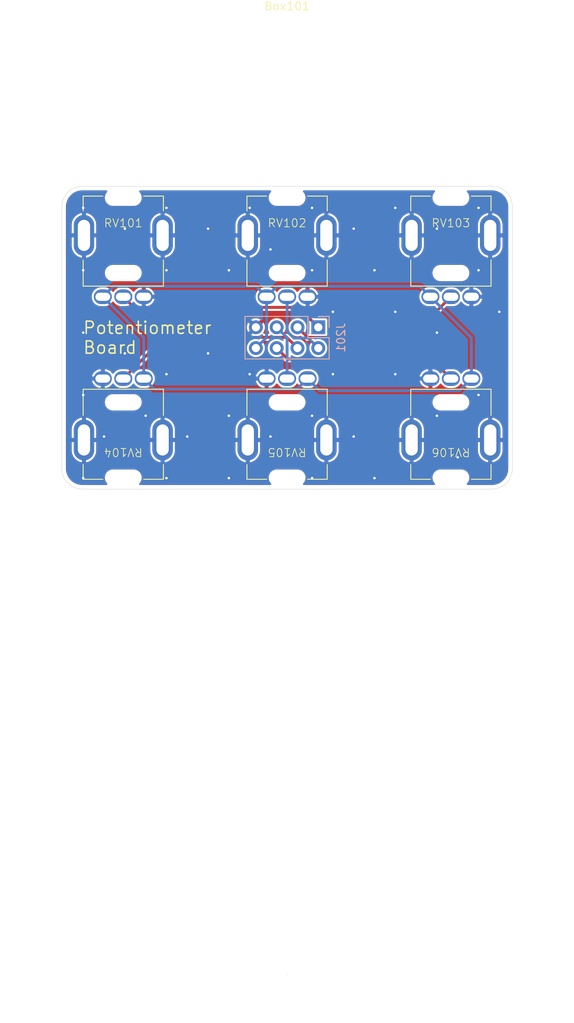
<source format=kicad_pcb>
(kicad_pcb (version 20241229) (generator "pcbnew") (generator_version "9.0")
  (layers (0 "F.Cu" signal) (2 "B.Cu" signal) (13 "F.Paste" user) (15 "B.Paste" user) (5 "F.SilkS" user "F.Silkscreen") (7 "B.SilkS" user "B.Silkscreen") (1 "F.Mask" user) (3 "B.Mask" user) (25 "Edge.Cuts" user))
  (net 0 "")
  (net 1 "GND")
  (net 2 "POT1")
  (net 3 "POT3")
  (net 4 "POT4")
  (net 5 "POT5")
  (net 6 "POT6")
  (net 7 "VIN")
  (net 8 "POT2")
  (footprint "Mylib:Potentiometer_9mm_MP_Low_profile" (layer "F.Cu") (at 100 60)
    (property "Reference" "RV102" (at 0 -1.5 0) (layer "F.SilkS") (effects (font (thickness 0.1))))
    (property "Value" "B10k")
    (fp_line (start -4.9 -3) (end -4.9 -4.8) (stroke (width 0.12)) (layer "F.SilkS"))
    (fp_line (start -4.9 6.2) (end -4.9 3) (stroke (width 0.12)) (layer "F.SilkS"))
    (fp_line (start -4.9 6.2) (end 4.9 6.2) (stroke (width 0.12)) (layer "F.SilkS"))
    (fp_line (start -2.5 -4.8) (end -4.9 -4.8) (stroke (width 0.12)) (layer "F.SilkS"))
    (fp_line (start 2.5 -4.8) (end 4.9 -4.8) (stroke (width 0.12)) (layer "F.SilkS"))
    (fp_line (start 4.9 -3) (end 4.9 -4.8) (stroke (width 0.12)) (layer "F.SilkS"))
    (fp_line (start 4.9 6.2) (end 4.9 3) (stroke (width 0.12)) (layer "F.SilkS"))
    (pad "" np_thru_hole circle (at 0 -4.6) (size 0.5 0.5) (drill oval 4 1.5) (layers "*.Cu" "*.Mask"))
    (pad "" np_thru_hole circle (at 0 4.6) (size 0.5 0.5) (drill oval 4 1.5) (layers "*.Cu" "*.Mask"))
    (pad "1" thru_hole oval (at -2.5 7.5) (size 2.2 1.8) (drill oval 1.8 1) (layers "*.Cu" "*.Mask") (net 7 "VIN"))
    (pad "2" thru_hole oval (at 0 7.5) (size 2.2 1.8) (drill oval 1.8 1) (layers "*.Cu" "*.Mask") (net 8 "POT2"))
    (pad "3" thru_hole oval (at 2.5 7.5) (size 2.2 1.8) (drill oval 1.8 1) (layers "*.Cu" "*.Mask") (net 1 "GND"))
    (pad "MP" thru_hole oval (at -4.8 0) (size 2.5 5) (drill oval 1.5 3.8) (layers "*.Cu" "*.Mask") (net 1 "GND"))
    (pad "MP" thru_hole oval (at 4.8 0) (size 2.5 5) (drill oval 1.5 3.8) (layers "*.Cu" "*.Mask") (net 1 "GND"))
  )
  (footprint "Mylib:Potentiometer_9mm_MP_Low_profile" (layer "F.Cu") (at 80 85 180)
    (property "Reference" "RV104" (at 0 -1.5 180) (layer "F.SilkS") (effects (font (thickness 0.1))))
    (property "Value" "B10k")
    (fp_line (start 4.9 6.2) (end 4.9 3) (stroke (width 0.12)) (layer "F.SilkS"))
    (fp_line (start 4.9 -3) (end 4.9 -4.8) (stroke (width 0.12)) (layer "F.SilkS"))
    (fp_line (start 2.5 -4.8) (end 4.9 -4.8) (stroke (width 0.12)) (layer "F.SilkS"))
    (fp_line (start -2.5 -4.8) (end -4.9 -4.8) (stroke (width 0.12)) (layer "F.SilkS"))
    (fp_line (start -4.9 6.2) (end 4.9 6.2) (stroke (width 0.12)) (layer "F.SilkS"))
    (fp_line (start -4.9 6.2) (end -4.9 3) (stroke (width 0.12)) (layer "F.SilkS"))
    (fp_line (start -4.9 -3) (end -4.9 -4.8) (stroke (width 0.12)) (layer "F.SilkS"))
    (pad "" np_thru_hole circle (at 0 -4.6 180) (size 0.5 0.5) (drill oval 4 1.5) (layers "*.Cu" "*.Mask"))
    (pad "" np_thru_hole circle (at 0 4.6 180) (size 0.5 0.5) (drill oval 4 1.5) (layers "*.Cu" "*.Mask"))
    (pad "1" thru_hole oval (at -2.5 7.5 180) (size 2.2 1.8) (drill oval 1.8 1) (layers "*.Cu" "*.Mask") (net 7 "VIN"))
    (pad "2" thru_hole oval (at 0 7.5 180) (size 2.2 1.8) (drill oval 1.8 1) (layers "*.Cu" "*.Mask") (net 4 "POT4"))
    (pad "3" thru_hole oval (at 2.5 7.5 180) (size 2.2 1.8) (drill oval 1.8 1) (layers "*.Cu" "*.Mask") (net 1 "GND"))
    (pad "MP" thru_hole oval (at -4.8 0 180) (size 2.5 5) (drill oval 1.5 3.8) (layers "*.Cu" "*.Mask") (net 1 "GND"))
    (pad "MP" thru_hole oval (at 4.8 0 180) (size 2.5 5) (drill oval 1.5 3.8) (layers "*.Cu" "*.Mask") (net 1 "GND"))
  )
  (footprint "Mylib:Potentiometer_9mm_MP_Low_profile" (layer "F.Cu") (at 120 60)
    (property "Reference" "RV103" (at 0 -1.5 0) (layer "F.SilkS") (effects (font (thickness 0.1))))
    (property "Value" "B10k")
    (fp_line (start -4.9 -3) (end -4.9 -4.8) (stroke (width 0.12)) (layer "F.SilkS"))
    (fp_line (start -4.9 6.2) (end -4.9 3) (stroke (width 0.12)) (layer "F.SilkS"))
    (fp_line (start -4.9 6.2) (end 4.9 6.2) (stroke (width 0.12)) (layer "F.SilkS"))
    (fp_line (start -2.5 -4.8) (end -4.9 -4.8) (stroke (width 0.12)) (layer "F.SilkS"))
    (fp_line (start 2.5 -4.8) (end 4.9 -4.8) (stroke (width 0.12)) (layer "F.SilkS"))
    (fp_line (start 4.9 -3) (end 4.9 -4.8) (stroke (width 0.12)) (layer "F.SilkS"))
    (fp_line (start 4.9 6.2) (end 4.9 3) (stroke (width 0.12)) (layer "F.SilkS"))
    (pad "" np_thru_hole circle (at 0 -4.6) (size 0.5 0.5) (drill oval 4 1.5) (layers "*.Cu" "*.Mask"))
    (pad "" np_thru_hole circle (at 0 4.6) (size 0.5 0.5) (drill oval 4 1.5) (layers "*.Cu" "*.Mask"))
    (pad "1" thru_hole oval (at -2.5 7.5) (size 2.2 1.8) (drill oval 1.8 1) (layers "*.Cu" "*.Mask") (net 7 "VIN"))
    (pad "2" thru_hole oval (at 0 7.5) (size 2.2 1.8) (drill oval 1.8 1) (layers "*.Cu" "*.Mask") (net 3 "POT3"))
    (pad "3" thru_hole oval (at 2.5 7.5) (size 2.2 1.8) (drill oval 1.8 1) (layers "*.Cu" "*.Mask") (net 1 "GND"))
    (pad "MP" thru_hole oval (at -4.8 0) (size 2.5 5) (drill oval 1.5 3.8) (layers "*.Cu" "*.Mask") (net 1 "GND"))
    (pad "MP" thru_hole oval (at 4.8 0) (size 2.5 5) (drill oval 1.5 3.8) (layers "*.Cu" "*.Mask") (net 1 "GND"))
  )
  (footprint "Mylib:Potentiometer_9mm_MP_Low_profile" (layer "F.Cu") (at 120 85 180)
    (property "Reference" "RV106" (at 0 -1.5 180) (layer "F.SilkS") (effects (font (thickness 0.1))))
    (property "Value" "B10k")
    (fp_line (start 4.9 6.2) (end 4.9 3) (stroke (width 0.12)) (layer "F.SilkS"))
    (fp_line (start 4.9 -3) (end 4.9 -4.8) (stroke (width 0.12)) (layer "F.SilkS"))
    (fp_line (start 2.5 -4.8) (end 4.9 -4.8) (stroke (width 0.12)) (layer "F.SilkS"))
    (fp_line (start -2.5 -4.8) (end -4.9 -4.8) (stroke (width 0.12)) (layer "F.SilkS"))
    (fp_line (start -4.9 6.2) (end 4.9 6.2) (stroke (width 0.12)) (layer "F.SilkS"))
    (fp_line (start -4.9 6.2) (end -4.9 3) (stroke (width 0.12)) (layer "F.SilkS"))
    (fp_line (start -4.9 -3) (end -4.9 -4.8) (stroke (width 0.12)) (layer "F.SilkS"))
    (pad "" np_thru_hole circle (at 0 -4.6 180) (size 0.5 0.5) (drill oval 4 1.5) (layers "*.Cu" "*.Mask"))
    (pad "" np_thru_hole circle (at 0 4.6 180) (size 0.5 0.5) (drill oval 4 1.5) (layers "*.Cu" "*.Mask"))
    (pad "1" thru_hole oval (at -2.5 7.5 180) (size 2.2 1.8) (drill oval 1.8 1) (layers "*.Cu" "*.Mask") (net 7 "VIN"))
    (pad "2" thru_hole oval (at 0 7.5 180) (size 2.2 1.8) (drill oval 1.8 1) (layers "*.Cu" "*.Mask") (net 6 "POT6"))
    (pad "3" thru_hole oval (at 2.5 7.5 180) (size 2.2 1.8) (drill oval 1.8 1) (layers "*.Cu" "*.Mask") (net 1 "GND"))
    (pad "MP" thru_hole oval (at -4.8 0 180) (size 2.5 5) (drill oval 1.5 3.8) (layers "*.Cu" "*.Mask") (net 1 "GND"))
    (pad "MP" thru_hole oval (at 4.8 0 180) (size 2.5 5) (drill oval 1.5 3.8) (layers "*.Cu" "*.Mask") (net 1 "GND"))
  )
  (footprint "Mylib:Potentiometer_9mm_MP_Low_profile" (layer "F.Cu") (at 80 60)
    (property "Reference" "RV101" (at 0 -1.5 0) (layer "F.SilkS") (effects (font (thickness 0.1))))
    (property "Value" "B10k")
    (fp_line (start -4.9 -3) (end -4.9 -4.8) (stroke (width 0.12)) (layer "F.SilkS"))
    (fp_line (start -4.9 6.2) (end -4.9 3) (stroke (width 0.12)) (layer "F.SilkS"))
    (fp_line (start -4.9 6.2) (end 4.9 6.2) (stroke (width 0.12)) (layer "F.SilkS"))
    (fp_line (start -2.5 -4.8) (end -4.9 -4.8) (stroke (width 0.12)) (layer "F.SilkS"))
    (fp_line (start 2.5 -4.8) (end 4.9 -4.8) (stroke (width 0.12)) (layer "F.SilkS"))
    (fp_line (start 4.9 -3) (end 4.9 -4.8) (stroke (width 0.12)) (layer "F.SilkS"))
    (fp_line (start 4.9 6.2) (end 4.9 3) (stroke (width 0.12)) (layer "F.SilkS"))
    (pad "" np_thru_hole circle (at 0 -4.6) (size 0.5 0.5) (drill oval 4 1.5) (layers "*.Cu" "*.Mask"))
    (pad "" np_thru_hole circle (at 0 4.6) (size 0.5 0.5) (drill oval 4 1.5) (layers "*.Cu" "*.Mask"))
    (pad "1" thru_hole oval (at -2.5 7.5) (size 2.2 1.8) (drill oval 1.8 1) (layers "*.Cu" "*.Mask") (net 7 "VIN"))
    (pad "2" thru_hole oval (at 0 7.5) (size 2.2 1.8) (drill oval 1.8 1) (layers "*.Cu" "*.Mask") (net 2 "POT1"))
    (pad "3" thru_hole oval (at 2.5 7.5) (size 2.2 1.8) (drill oval 1.8 1) (layers "*.Cu" "*.Mask") (net 1 "GND"))
    (pad "MP" thru_hole oval (at -4.8 0) (size 2.5 5) (drill oval 1.5 3.8) (layers "*.Cu" "*.Mask") (net 1 "GND"))
    (pad "MP" thru_hole oval (at 4.8 0) (size 2.5 5) (drill oval 1.5 3.8) (layers "*.Cu" "*.Mask") (net 1 "GND"))
  )
  (footprint "Mylib:Potentiometer_9mm_MP_Low_profile" (layer "F.Cu") (at 100 85 180)
    (property "Reference" "RV105" (at 0 -1.5 180) (layer "F.SilkS") (effects (font (thickness 0.1))))
    (property "Value" "B10k")
    (fp_line (start 4.9 6.2) (end 4.9 3) (stroke (width 0.12)) (layer "F.SilkS"))
    (fp_line (start 4.9 -3) (end 4.9 -4.8) (stroke (width 0.12)) (layer "F.SilkS"))
    (fp_line (start 2.5 -4.8) (end 4.9 -4.8) (stroke (width 0.12)) (layer "F.SilkS"))
    (fp_line (start -2.5 -4.8) (end -4.9 -4.8) (stroke (width 0.12)) (layer "F.SilkS"))
    (fp_line (start -4.9 6.2) (end 4.9 6.2) (stroke (width 0.12)) (layer "F.SilkS"))
    (fp_line (start -4.9 6.2) (end -4.9 3) (stroke (width 0.12)) (layer "F.SilkS"))
    (fp_line (start -4.9 -3) (end -4.9 -4.8) (stroke (width 0.12)) (layer "F.SilkS"))
    (pad "" np_thru_hole circle (at 0 -4.6 180) (size 0.5 0.5) (drill oval 4 1.5) (layers "*.Cu" "*.Mask"))
    (pad "" np_thru_hole circle (at 0 4.6 180) (size 0.5 0.5) (drill oval 4 1.5) (layers "*.Cu" "*.Mask"))
    (pad "1" thru_hole oval (at -2.5 7.5 180) (size 2.2 1.8) (drill oval 1.8 1) (layers "*.Cu" "*.Mask") (net 7 "VIN"))
    (pad "2" thru_hole oval (at 0 7.5 180) (size 2.2 1.8) (drill oval 1.8 1) (layers "*.Cu" "*.Mask") (net 5 "POT5"))
    (pad "3" thru_hole oval (at 2.5 7.5 180) (size 2.2 1.8) (drill oval 1.8 1) (layers "*.Cu" "*.Mask") (net 1 "GND"))
    (pad "MP" thru_hole oval (at -4.8 0 180) (size 2.5 5) (drill oval 1.5 3.8) (layers "*.Cu" "*.Mask") (net 1 "GND"))
    (pad "MP" thru_hole oval (at 4.8 0 180) (size 2.5 5) (drill oval 1.5 3.8) (layers "*.Cu" "*.Mask") (net 1 "GND"))
  )
  (footprint "Mylib:1590B" (layer "F.Cu") (at 100 100)
    (property "Reference" "Box101" (at 0 -68 0) (layer "F.SilkS") (effects (font (thickness 0.1))))
    (property "Value" "1590B")
    (fp_line (start 0.05 50.375) (end 0.05 50.375) (stroke (width 0.1)) (layer "F.SilkS"))
  )
  (footprint "Connector_PinSocket_2.54mm:PinSocket_2x04_P2.54mm_Vertical" (layer "B.Cu") (at 103.81 71.23 90)
    (property "Reference" "J201" (at -1.27 2.77 90) (layer "B.SilkS") (effects (justify mirror)))
    (property "Value" "Conn_02x04_Odd_Even")
    (fp_line (start -3.87 -8.95) (end 1.33 -8.95) (stroke (width 0.12)) (layer "B.SilkS"))
    (fp_line (start 1.33 -1.27) (end 1.33 -8.95) (stroke (width 0.12)) (layer "B.SilkS"))
    (fp_line (start -1.27 -1.27) (end 1.33 -1.27) (stroke (width 0.12)) (layer "B.SilkS"))
    (fp_line (start 1.33 1.33) (end 1.33 0) (stroke (width 0.12)) (layer "B.SilkS"))
    (fp_line (start 0 1.33) (end 1.33 1.33) (stroke (width 0.12)) (layer "B.SilkS"))
    (fp_line (start -1.27 1.33) (end -1.27 -1.27) (stroke (width 0.12)) (layer "B.SilkS"))
    (fp_line (start -3.87 1.33) (end -3.87 -8.95) (stroke (width 0.12)) (layer "B.SilkS"))
    (fp_line (start -3.87 1.33) (end -1.27 1.33) (stroke (width 0.12)) (layer "B.SilkS"))
    (pad "1" thru_hole rect (at 0 0 90) (size 1.7 1.7) (drill 1) (layers "*.Cu" "*.Mask") (net 2 "POT1"))
    (pad "2" thru_hole circle (at -2.54 0 90) (size 1.7 1.7) (drill 1) (layers "*.Cu" "*.Mask") (net 8 "POT2"))
    (pad "3" thru_hole circle (at 0 -2.54 90) (size 1.7 1.7) (drill 1) (layers "*.Cu" "*.Mask") (net 3 "POT3"))
    (pad "4" thru_hole circle (at -2.54 -2.54 90) (size 1.7 1.7) (drill 1) (layers "*.Cu" "*.Mask") (net 4 "POT4"))
    (pad "5" thru_hole circle (at 0 -5.08 90) (size 1.7 1.7) (drill 1) (layers "*.Cu" "*.Mask") (net 5 "POT5"))
    (pad "6" thru_hole circle (at -2.54 -5.08 90) (size 1.7 1.7) (drill 1) (layers "*.Cu" "*.Mask") (net 6 "POT6"))
    (pad "7" thru_hole circle (at 0 -7.62 90) (size 1.7 1.7) (drill 1) (layers "*.Cu" "*.Mask") (net 1 "GND"))
    (pad "8" thru_hole circle (at -2.54 -7.62 90) (size 1.7 1.7) (drill 1) (layers "*.Cu" "*.Mask") (net 7 "VIN"))
  )
  (gr_line (start 127.5 56.5) (end 127.5 88.5) (stroke (width 0.05)) (layer "Edge.Cuts"))
  (gr_line (start 125 54) (end 75 54) (stroke (width 0.05)) (layer "Edge.Cuts"))
  (gr_arc (start 75 91) (mid 73.232233 90.267767) (end 72.5 88.5) (stroke (width 0.05)) (layer "Edge.Cuts"))
  (gr_arc (start 72.5 56.5) (mid 73.232233 54.732233) (end 75 54) (stroke (width 0.05)) (layer "Edge.Cuts"))
  (gr_arc (start 125 54) (mid 126.767767 54.732233) (end 127.5 56.5) (stroke (width 0.05)) (layer "Edge.Cuts"))
  (gr_line (start 75 91) (end 125 91) (stroke (width 0.05)) (layer "Edge.Cuts"))
  (gr_line (start 72.5 56.5) (end 72.5 88.5) (stroke (width 0.05)) (layer "Edge.Cuts"))
  (gr_arc (start 127.5 88.5) (mid 126.767767 90.267767) (end 125 91) (stroke (width 0.05)) (layer "Edge.Cuts"))
  (gr_text "Potentiometer\nBoard" (at 75 72.5 0) (layer "F.SilkS") (effects (font (size 1.5 1.5) (thickness 0.1875)) (justify left)))
  (via (at 92.89 89.6595) (size 0.6) (drill 0.3) (layers "F.Cu" "B.Cu") (net 1))
  (via (at 103.05 56.6395) (size 0.6) (drill 0.3) (layers "F.Cu" "B.Cu") (net 1))
  (via (at 90.35 74.4195) (size 0.6) (drill 0.3) (layers "F.Cu" "B.Cu") (net 1))
  (via (at 110.67 64.2595) (size 0.6) (drill 0.3) (layers "F.Cu" "B.Cu") (net 1))
  (via (at 75.11 71.8795) (size 0.6) (drill 0.3) (layers "F.Cu" "B.Cu") (net 1))
  (via (at 80.19 74.4195) (size 0.6) (drill 0.3) (layers "F.Cu" "B.Cu") (net 1))
  (via (at 92.89 82.0395) (size 0.6) (drill 0.3) (layers "F.Cu" "B.Cu") (net 1))
  (via (at 85.27 76.9595) (size 0.6) (drill 0.3) (layers "F.Cu" "B.Cu") (net 1))
  (via (at 95.43 56.6395) (size 0.6) (drill 0.3) (layers "F.Cu" "B.Cu") (net 1))
  (via (at 75.11 89.6595) (size 0.6) (drill 0.3) (layers "F.Cu" "B.Cu") (net 1))
  (via (at 97.97 61.7195) (size 0.6) (drill 0.3) (layers "F.Cu" "B.Cu") (net 1))
  (via (at 113.21 56.6395) (size 0.6) (drill 0.3) (layers "F.Cu" "B.Cu") (net 1))
  (via (at 108.13 84.5795) (size 0.6) (drill 0.3) (layers "F.Cu" "B.Cu") (net 1))
  (via (at 103.05 64.2595) (size 0.6) (drill 0.3) (layers "F.Cu" "B.Cu") (net 1))
  (via (at 97.97 84.5795) (size 0.6) (drill 0.3) (layers "F.Cu" "B.Cu") (net 1))
  (via (at 113.21 69.3395) (size 0.6) (drill 0.3) (layers "F.Cu" "B.Cu") (net 1))
  (via (at 103.05 89.6595) (size 0.6) (drill 0.3) (layers "F.Cu" "B.Cu") (net 1))
  (via (at 85.27 89.6595) (size 0.6) (drill 0.3) (layers "F.Cu" "B.Cu") (net 1))
  (via (at 123.37 56.6395) (size 0.6) (drill 0.3) (layers "F.Cu" "B.Cu") (net 1))
  (via (at 85.27 56.6395) (size 0.6) (drill 0.3) (layers "F.Cu" "B.Cu") (net 1))
  (via (at 118.29 82.0395) (size 0.6) (drill 0.3) (layers "F.Cu" "B.Cu") (net 1))
  (via (at 77.65 84.5795) (size 0.6) (drill 0.3) (layers "F.Cu" "B.Cu") (net 1))
  (via (at 80.19 59.1795) (size 0.6) (drill 0.3) (layers "F.Cu" "B.Cu") (net 1))
  (via (at 123.37 79.4995) (size 0.6) (drill 0.3) (layers "F.Cu" "B.Cu") (net 1))
  (via (at 118.29 71.8795) (size 0.6) (drill 0.3) (layers "F.Cu" "B.Cu") (net 1))
  (via (at 105.59 69.3395) (size 0.6) (drill 0.3) (layers "F.Cu" "B.Cu") (net 1))
  (via (at 82.73 82.0395) (size 0.6) (drill 0.3) (layers "F.Cu" "B.Cu") (net 1))
  (via (at 87.81 84.5795) (size 0.6) (drill 0.3) (layers "F.Cu" "B.Cu") (net 1))
  (via (at 113.21 76.9595) (size 0.6) (drill 0.3) (layers "F.Cu" "B.Cu") (net 1))
  (via (at 95.43 76.9595) (size 0.6) (drill 0.3) (layers "F.Cu" "B.Cu") (net 1))
  (via (at 123.37 64.2595) (size 0.6) (drill 0.3) (layers "F.Cu" "B.Cu") (net 1))
  (via (at 75.11 79.4995) (size 0.6) (drill 0.3) (layers "F.Cu" "B.Cu") (net 1))
  (via (at 75.11 64.2595) (size 0.6) (drill 0.3) (layers "F.Cu" "B.Cu") (net 1))
  (via (at 85.27 64.2595) (size 0.6) (drill 0.3) (layers "F.Cu" "B.Cu") (net 1))
  (via (at 120.83 87.1195) (size 0.6) (drill 0.3) (layers "F.Cu" "B.Cu") (net 1))
  (via (at 105.59 76.9595) (size 0.6) (drill 0.3) (layers "F.Cu" "B.Cu") (net 1))
  (via (at 125.91 69.3395) (size 0.6) (drill 0.3) (layers "F.Cu" "B.Cu") (net 1))
  (via (at 90.35 59.1795) (size 0.6) (drill 0.3) (layers "F.Cu" "B.Cu") (net 1))
  (via (at 118.29 59.1795) (size 0.6) (drill 0.3) (layers "F.Cu" "B.Cu") (net 1))
  (via (at 92.89 64.2595) (size 0.6) (drill 0.3) (layers "F.Cu" "B.Cu") (net 1))
  (via (at 75.11 56.6395) (size 0.6) (drill 0.3) (layers "F.Cu" "B.Cu") (net 1))
  (via (at 103.05 82.0395) (size 0.6) (drill 0.3) (layers "F.Cu" "B.Cu") (net 1))
  (via (at 108.13 59.1795) (size 0.6) (drill 0.3) (layers "F.Cu" "B.Cu") (net 1))
  (via (at 110.67 89.6595) (size 0.6) (drill 0.3) (layers "F.Cu" "B.Cu") (net 1))
  (segment (start 81.3 68.8) (end 80 67.5) (width 0.35) (layer "F.Cu") (net 2))
  (segment (start 103.81 71.23) (end 101.38 68.8) (width 0.35) (layer "F.Cu") (net 2))
  (segment (start 101.38 68.8) (end 81.3 68.8) (width 0.35) (layer "F.Cu") (net 2))
  (segment (start 102.496 72.456) (end 115.044 72.456) (width 0.35) (layer "F.Cu") (net 3))
  (segment (start 101.27 71.23) (end 102.496 72.456) (width 0.35) (layer "F.Cu") (net 3))
  (segment (start 115.044 72.456) (end 120 67.5) (width 0.35) (layer "F.Cu") (net 3))
  (segment (start 85.044 72.456) (end 80 77.5) (width 0.35) (layer "F.Cu") (net 4))
  (segment (start 99.956 72.456) (end 85.044 72.456) (width 0.35) (layer "F.Cu") (net 4))
  (segment (start 101.27 73.77) (end 99.956 72.456) (width 0.35) (layer "F.Cu") (net 4))
  (segment (start 100 72.5) (end 100 77.5) (width 0.35) (layer "B.Cu") (net 5))
  (segment (start 98.73 71.23) (end 100 72.5) (width 0.35) (layer "B.Cu") (net 5))
  (segment (start 98.73 73.77) (end 100.06 75.1) (width 0.35) (layer "F.Cu") (net 6))
  (segment (start 117.6 75.1) (end 120 77.5) (width 0.35) (layer "F.Cu") (net 6))
  (segment (start 100.06 75.1) (end 117.6 75.1) (width 0.35) (layer "F.Cu") (net 6))
  (segment (start 102.5 77.5) (end 101.224 78.776) (width 0.35) (layer "B.Cu") (net 7))
  (segment (start 97.5 67.5) (end 98.776 66.224) (width 0.35) (layer "B.Cu") (net 7))
  (segment (start 101.224 78.776) (end 83.776 78.776) (width 0.35) (layer "B.Cu") (net 7))
  (segment (start 122.5 72.5) (end 117.5 67.5) (width 0.35) (layer "B.Cu") (net 7))
  (segment (start 116.224 66.224) (end 117.5 67.5) (width 0.35) (layer "B.Cu") (net 7))
  (segment (start 98.776 66.224) (end 116.224 66.224) (width 0.35) (layer "B.Cu") (net 7))
  (segment (start 121.026 78.974) (end 103.974 78.974) (width 0.35) (layer "B.Cu") (net 7))
  (segment (start 83.776 78.776) (end 82.5 77.5) (width 0.35) (layer "B.Cu") (net 7))
  (segment (start 78.776 66.224) (end 96.224 66.224) (width 0.35) (layer "B.Cu") (net 7))
  (segment (start 82.5 72.5) (end 77.5 67.5) (width 0.35) (layer "B.Cu") (net 7))
  (segment (start 122.5 77.5) (end 122.5 72.5) (width 0.35) (layer "B.Cu") (net 7))
  (segment (start 82.5 77.5) (end 82.5 72.5) (width 0.35) (layer "B.Cu") (net 7))
  (segment (start 96.224 66.224) (end 97.5 67.5) (width 0.35) (layer "B.Cu") (net 7))
  (segment (start 77.5 67.5) (end 78.776 66.224) (width 0.35) (layer "B.Cu") (net 7))
  (segment (start 103.974 78.974) (end 102.5 77.5) (width 0.35) (layer "B.Cu") (net 7))
  (segment (start 122.5 77.5) (end 121.026 78.974) (width 0.35) (layer "B.Cu") (net 7))
  (segment (start 97.5 72.46) (end 97.5 67.5) (width 0.35) (layer "B.Cu") (net 7))
  (segment (start 96.19 73.77) (end 97.5 72.46) (width 0.35) (layer "B.Cu") (net 7))
  (segment (start 102.584 72.544) (end 100.823232 72.544) (width 0.35) (layer "B.Cu") (net 8))
  (segment (start 100 71.720768) (end 100 67.5) (width 0.35) (layer "B.Cu") (net 8))
  (segment (start 100.823232 72.544) (end 100 71.720768) (width 0.35) (layer "B.Cu") (net 8))
  (segment (start 103.81 73.77) (end 102.584 72.544) (width 0.35) (layer "B.Cu") (net 8))
  (zone (net 1) (net_name "GND") (layers "F.Cu" "B.Cu") (connect_pads (clearance 0.25)) (min_thickness 0.25) (fill yes (thermal_gap 0.25) (thermal_bridge_width 0.5))
    (polygon (pts (xy 72.5 53.5) (xy 127.5 53.5) (xy 127.5 97.5) (xy 72.5 97.5)))
  )
)
</source>
